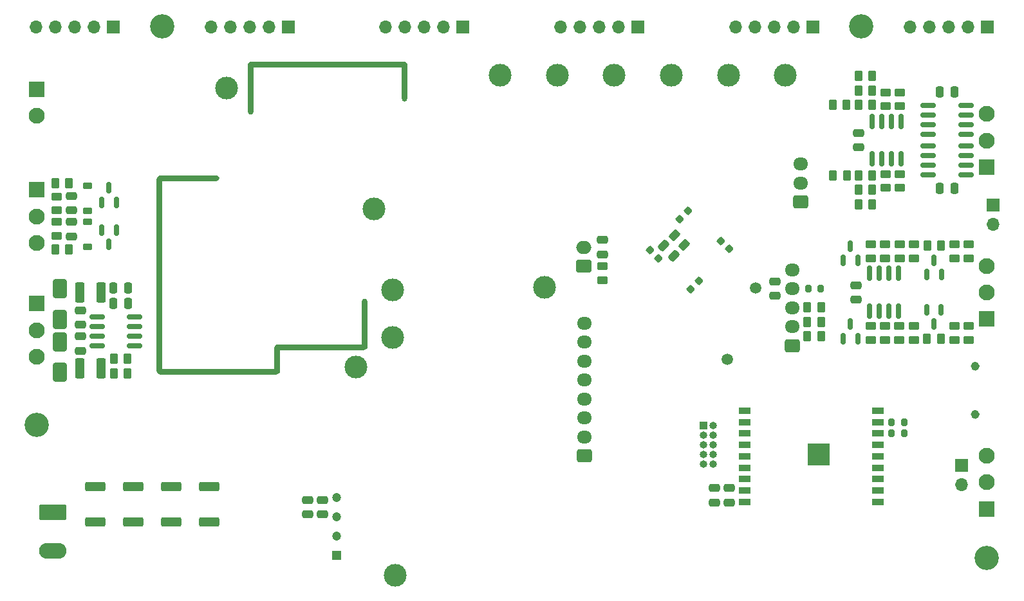
<source format=gbr>
%TF.GenerationSoftware,KiCad,Pcbnew,8.0.7*%
%TF.CreationDate,2025-01-22T12:13:36+01:00*%
%TF.ProjectId,STM32_GateSignalGenerator,53544d33-325f-4476-9174-655369676e61,rev?*%
%TF.SameCoordinates,Original*%
%TF.FileFunction,Soldermask,Bot*%
%TF.FilePolarity,Negative*%
%FSLAX46Y46*%
G04 Gerber Fmt 4.6, Leading zero omitted, Abs format (unit mm)*
G04 Created by KiCad (PCBNEW 8.0.7) date 2025-01-22 12:13:36*
%MOMM*%
%LPD*%
G01*
G04 APERTURE LIST*
G04 Aperture macros list*
%AMRoundRect*
0 Rectangle with rounded corners*
0 $1 Rounding radius*
0 $2 $3 $4 $5 $6 $7 $8 $9 X,Y pos of 4 corners*
0 Add a 4 corners polygon primitive as box body*
4,1,4,$2,$3,$4,$5,$6,$7,$8,$9,$2,$3,0*
0 Add four circle primitives for the rounded corners*
1,1,$1+$1,$2,$3*
1,1,$1+$1,$4,$5*
1,1,$1+$1,$6,$7*
1,1,$1+$1,$8,$9*
0 Add four rect primitives between the rounded corners*
20,1,$1+$1,$2,$3,$4,$5,0*
20,1,$1+$1,$4,$5,$6,$7,0*
20,1,$1+$1,$6,$7,$8,$9,0*
20,1,$1+$1,$8,$9,$2,$3,0*%
G04 Aperture macros list end*
%ADD10C,0.561000*%
%ADD11R,2.100000X2.100000*%
%ADD12C,2.100000*%
%ADD13R,1.700000X1.700000*%
%ADD14O,1.700000X1.700000*%
%ADD15C,3.000000*%
%ADD16RoundRect,0.250000X0.725000X-0.600000X0.725000X0.600000X-0.725000X0.600000X-0.725000X-0.600000X0*%
%ADD17O,1.950000X1.700000*%
%ADD18C,3.200000*%
%ADD19RoundRect,0.250000X0.750000X-0.600000X0.750000X0.600000X-0.750000X0.600000X-0.750000X-0.600000X0*%
%ADD20O,2.000000X1.700000*%
%ADD21RoundRect,0.249999X-1.550001X0.790001X-1.550001X-0.790001X1.550001X-0.790001X1.550001X0.790001X0*%
%ADD22O,3.600000X2.080000*%
%ADD23R,1.200000X1.200000*%
%ADD24C,1.200000*%
%ADD25R,1.000000X1.000000*%
%ADD26O,1.000000X1.000000*%
%ADD27C,1.020000*%
%ADD28RoundRect,0.250000X0.450000X-0.262500X0.450000X0.262500X-0.450000X0.262500X-0.450000X-0.262500X0*%
%ADD29RoundRect,0.200000X-0.200000X-0.275000X0.200000X-0.275000X0.200000X0.275000X-0.200000X0.275000X0*%
%ADD30RoundRect,0.250000X0.262500X0.450000X-0.262500X0.450000X-0.262500X-0.450000X0.262500X-0.450000X0*%
%ADD31RoundRect,0.250000X0.475000X-0.250000X0.475000X0.250000X-0.475000X0.250000X-0.475000X-0.250000X0*%
%ADD32RoundRect,0.150000X0.150000X-0.825000X0.150000X0.825000X-0.150000X0.825000X-0.150000X-0.825000X0*%
%ADD33RoundRect,0.150000X0.150000X-0.587500X0.150000X0.587500X-0.150000X0.587500X-0.150000X-0.587500X0*%
%ADD34RoundRect,0.250000X1.075000X-0.362500X1.075000X0.362500X-1.075000X0.362500X-1.075000X-0.362500X0*%
%ADD35RoundRect,0.250000X0.375000X1.075000X-0.375000X1.075000X-0.375000X-1.075000X0.375000X-1.075000X0*%
%ADD36C,1.500000*%
%ADD37RoundRect,0.150000X-0.150000X0.587500X-0.150000X-0.587500X0.150000X-0.587500X0.150000X0.587500X0*%
%ADD38RoundRect,0.250000X-0.262500X-0.450000X0.262500X-0.450000X0.262500X0.450000X-0.262500X0.450000X0*%
%ADD39RoundRect,0.250000X-0.475000X0.250000X-0.475000X-0.250000X0.475000X-0.250000X0.475000X0.250000X0*%
%ADD40RoundRect,0.250000X-0.503814X-0.132583X-0.132583X-0.503814X0.503814X0.132583X0.132583X0.503814X0*%
%ADD41RoundRect,0.250000X-0.450000X0.262500X-0.450000X-0.262500X0.450000X-0.262500X0.450000X0.262500X0*%
%ADD42RoundRect,0.225000X0.375000X-0.225000X0.375000X0.225000X-0.375000X0.225000X-0.375000X-0.225000X0*%
%ADD43RoundRect,0.250000X-0.250000X-0.475000X0.250000X-0.475000X0.250000X0.475000X-0.250000X0.475000X0*%
%ADD44RoundRect,0.225000X-0.335876X-0.017678X-0.017678X-0.335876X0.335876X0.017678X0.017678X0.335876X0*%
%ADD45RoundRect,0.225000X0.335876X0.017678X0.017678X0.335876X-0.335876X-0.017678X-0.017678X-0.335876X0*%
%ADD46RoundRect,0.225000X-0.017678X0.335876X-0.335876X0.017678X0.017678X-0.335876X0.335876X-0.017678X0*%
%ADD47R,1.500000X0.900000*%
%ADD48C,0.600000*%
%ADD49R,2.900000X2.900000*%
%ADD50RoundRect,0.200000X0.200000X0.275000X-0.200000X0.275000X-0.200000X-0.275000X0.200000X-0.275000X0*%
%ADD51RoundRect,0.225000X-0.375000X0.225000X-0.375000X-0.225000X0.375000X-0.225000X0.375000X0.225000X0*%
%ADD52RoundRect,0.250000X-0.375000X-1.075000X0.375000X-1.075000X0.375000X1.075000X-0.375000X1.075000X0*%
%ADD53RoundRect,0.250000X-0.650000X1.000000X-0.650000X-1.000000X0.650000X-1.000000X0.650000X1.000000X0*%
%ADD54RoundRect,0.250000X0.250000X0.475000X-0.250000X0.475000X-0.250000X-0.475000X0.250000X-0.475000X0*%
%ADD55RoundRect,0.225000X0.017678X-0.335876X0.335876X-0.017678X-0.017678X0.335876X-0.335876X0.017678X0*%
%ADD56RoundRect,0.150000X-0.825000X-0.150000X0.825000X-0.150000X0.825000X0.150000X-0.825000X0.150000X0*%
%ADD57RoundRect,0.250000X0.650000X-1.000000X0.650000X1.000000X-0.650000X1.000000X-0.650000X-1.000000X0*%
%ADD58RoundRect,0.150000X0.825000X0.150000X-0.825000X0.150000X-0.825000X-0.150000X0.825000X-0.150000X0*%
%ADD59RoundRect,0.250000X-0.512652X-0.159099X-0.159099X-0.512652X0.512652X0.159099X0.159099X0.512652X0*%
G04 APERTURE END LIST*
%TO.C,J14*%
D10*
X209403000Y-117862500D02*
G75*
G02*
X208842000Y-117862500I-280500J0D01*
G01*
X208842000Y-117862500D02*
G75*
G02*
X209403000Y-117862500I280500J0D01*
G01*
X209403000Y-124212500D02*
G75*
G02*
X208842000Y-124212500I-280500J0D01*
G01*
X208842000Y-124212500D02*
G75*
G02*
X209403000Y-124212500I280500J0D01*
G01*
%TD*%
D11*
%TO.C,J7*%
X85652500Y-109607500D03*
D12*
X85652500Y-113107500D03*
X85652500Y-116607500D03*
%TD*%
D13*
%TO.C,J11*%
X164750000Y-73215000D03*
D14*
X162210000Y-73215000D03*
X159670000Y-73215000D03*
X157130000Y-73215000D03*
X154590000Y-73215000D03*
%TD*%
D15*
%TO.C,TP5*%
X176642500Y-79497500D03*
%TD*%
D11*
%TO.C,J6*%
X85652500Y-94617500D03*
D12*
X85652500Y-98117500D03*
X85652500Y-101617500D03*
%TD*%
D15*
%TO.C,TP7*%
X110633064Y-81222500D03*
%TD*%
%TO.C,TP9*%
X130033064Y-97122500D03*
%TD*%
%TO.C,TP2*%
X154142500Y-79497500D03*
%TD*%
D16*
%TO.C,J17*%
X185072500Y-115147500D03*
D17*
X185072500Y-112647500D03*
X185072500Y-110147500D03*
X185072500Y-107647500D03*
X185072500Y-105147500D03*
%TD*%
D15*
%TO.C,TP3*%
X161642500Y-79497500D03*
%TD*%
%TO.C,TP15*%
X132852500Y-145397500D03*
%TD*%
D18*
%TO.C,H1*%
X102150000Y-73115000D03*
%TD*%
D15*
%TO.C,TP10*%
X152455000Y-107490000D03*
%TD*%
D19*
%TO.C,J15*%
X157642500Y-104687500D03*
D20*
X157642500Y-102187500D03*
%TD*%
D16*
%TO.C,J18*%
X157712500Y-129677500D03*
D17*
X157712500Y-127177500D03*
X157712500Y-124677500D03*
X157712500Y-122177500D03*
X157712500Y-119677500D03*
X157712500Y-117177500D03*
X157712500Y-114677500D03*
X157712500Y-112177500D03*
%TD*%
D13*
%TO.C,J8*%
X95750000Y-73215000D03*
D14*
X93210000Y-73215000D03*
X90670000Y-73215000D03*
X88130000Y-73215000D03*
X85590000Y-73215000D03*
%TD*%
D15*
%TO.C,TP1*%
X146642500Y-79497500D03*
%TD*%
%TO.C,TP8*%
X132483064Y-107822500D03*
%TD*%
D13*
%TO.C,J9*%
X118750000Y-73215000D03*
D14*
X116210000Y-73215000D03*
X113670000Y-73215000D03*
X111130000Y-73215000D03*
X108590000Y-73215000D03*
%TD*%
D15*
%TO.C,TP6*%
X184142500Y-79497500D03*
%TD*%
D16*
%TO.C,J19*%
X186127500Y-96207500D03*
D17*
X186127500Y-93707500D03*
X186127500Y-91207500D03*
%TD*%
D15*
%TO.C,TP12*%
X127655000Y-117990000D03*
%TD*%
D11*
%TO.C,J1*%
X85660000Y-81375000D03*
D12*
X85660000Y-84875000D03*
%TD*%
D18*
%TO.C,H3*%
X85650000Y-125615000D03*
%TD*%
%TO.C,H4*%
X210650000Y-143115000D03*
%TD*%
D21*
%TO.C,J5*%
X87760000Y-137077500D03*
D22*
X87760000Y-142157500D03*
%TD*%
D11*
%TO.C,J3*%
X210642500Y-111647500D03*
D12*
X210642500Y-108147500D03*
X210642500Y-104647500D03*
%TD*%
D18*
%TO.C,H2*%
X194150000Y-73115000D03*
%TD*%
D13*
%TO.C,J12*%
X187750000Y-73215000D03*
D14*
X185210000Y-73215000D03*
X182670000Y-73215000D03*
X180130000Y-73215000D03*
X177590000Y-73215000D03*
%TD*%
D13*
%TO.C,J20*%
X207295000Y-130915000D03*
D14*
X207295000Y-133455000D03*
%TD*%
D13*
%TO.C,J13*%
X210750000Y-73215000D03*
D14*
X208210000Y-73215000D03*
X205670000Y-73215000D03*
X203130000Y-73215000D03*
X200590000Y-73215000D03*
%TD*%
D15*
%TO.C,TP4*%
X169142500Y-79497500D03*
%TD*%
D23*
%TO.C,U14*%
X125122500Y-142797500D03*
D24*
X125122500Y-140257500D03*
X125122500Y-137717500D03*
X125122500Y-135177500D03*
%TD*%
D13*
%TO.C,J16*%
X211502500Y-96632500D03*
D14*
X211502500Y-99172500D03*
%TD*%
D25*
%TO.C,J21*%
X173355000Y-125675000D03*
D26*
X174625000Y-125675000D03*
X173355000Y-126945000D03*
X174625000Y-126945000D03*
X173355000Y-128215000D03*
X174625000Y-128215000D03*
X173355000Y-129485000D03*
X174625000Y-129485000D03*
X173355000Y-130755000D03*
X174625000Y-130755000D03*
%TD*%
D27*
%TO.C,J14*%
X209122500Y-124212500D03*
X209122500Y-117862500D03*
%TD*%
D15*
%TO.C,TP11*%
X132483064Y-114072500D03*
%TD*%
D13*
%TO.C,J10*%
X141750000Y-73215000D03*
D14*
X139210000Y-73215000D03*
X136670000Y-73215000D03*
X134130000Y-73215000D03*
X131590000Y-73215000D03*
%TD*%
D11*
%TO.C,J2*%
X210612500Y-136637500D03*
D12*
X210612500Y-133137500D03*
X210612500Y-129637500D03*
%TD*%
D11*
%TO.C,J4*%
X210632500Y-91637500D03*
D12*
X210632500Y-88137500D03*
X210632500Y-84637500D03*
%TD*%
D28*
%TO.C,R49*%
X195362500Y-114412500D03*
X195362500Y-112587500D03*
%TD*%
D29*
%TO.C,R25*%
X187177500Y-107647500D03*
X188827500Y-107647500D03*
%TD*%
D30*
%TO.C,R46*%
X195595000Y-96527500D03*
X193770000Y-96527500D03*
%TD*%
D31*
%TO.C,C59*%
X174850000Y-135795000D03*
X174850000Y-133895000D03*
%TD*%
D32*
%TO.C,U9*%
X199367500Y-90552500D03*
X198097500Y-90552500D03*
X196827500Y-90552500D03*
X195557500Y-90552500D03*
X195557500Y-85602500D03*
X196827500Y-85602500D03*
X198097500Y-85602500D03*
X199367500Y-85602500D03*
%TD*%
D30*
%TO.C,R40*%
X195597500Y-92722500D03*
X193772500Y-92722500D03*
%TD*%
D33*
%TO.C,D10*%
X193672500Y-103907500D03*
X191772500Y-103907500D03*
X192722500Y-102032500D03*
%TD*%
D31*
%TO.C,C33*%
X160087500Y-103137500D03*
X160087500Y-101237500D03*
%TD*%
D33*
%TO.C,D8*%
X193662500Y-114197500D03*
X191762500Y-114197500D03*
X192712500Y-112322500D03*
%TD*%
D34*
%TO.C,R76*%
X98387851Y-138337500D03*
X98387851Y-133712500D03*
%TD*%
%TO.C,R78*%
X108387851Y-138337500D03*
X108387851Y-133712500D03*
%TD*%
D35*
%TO.C,F1*%
X94127500Y-108182500D03*
X91327500Y-108182500D03*
%TD*%
D30*
%TO.C,R68*%
X97615000Y-118782500D03*
X95790000Y-118782500D03*
%TD*%
D36*
%TO.C,TP13*%
X180255000Y-107590000D03*
%TD*%
D37*
%TO.C,D7*%
X202765000Y-110420000D03*
X204665000Y-110420000D03*
X203715000Y-112295000D03*
%TD*%
D38*
%TO.C,R69*%
X88097500Y-102437500D03*
X89922500Y-102437500D03*
%TD*%
D30*
%TO.C,R55*%
X195600000Y-81517500D03*
X193775000Y-81517500D03*
%TD*%
D39*
%TO.C,C51*%
X121312500Y-135477500D03*
X121312500Y-137377500D03*
%TD*%
D28*
%TO.C,R37*%
X208271881Y-114400000D03*
X208271881Y-112575000D03*
%TD*%
D40*
%TO.C,FB1*%
X169542549Y-100628971D03*
X170833019Y-101919441D03*
%TD*%
D41*
%TO.C,R38*%
X201062500Y-112587500D03*
X201062500Y-114412500D03*
%TD*%
D42*
%TO.C,D16*%
X92342500Y-102097500D03*
X92342500Y-98797500D03*
%TD*%
D43*
%TO.C,C36*%
X204482500Y-81697500D03*
X206382500Y-81697500D03*
%TD*%
D30*
%TO.C,R52*%
X195600000Y-83417500D03*
X193775000Y-83417500D03*
%TD*%
%TO.C,R24*%
X188855000Y-113927500D03*
X187030000Y-113927500D03*
%TD*%
D31*
%TO.C,C58*%
X176810000Y-135805000D03*
X176810000Y-133905000D03*
%TD*%
D44*
%TO.C,C29*%
X166326980Y-102575282D03*
X167422996Y-103671298D03*
%TD*%
D28*
%TO.C,R20*%
X160097500Y-106510000D03*
X160097500Y-104685000D03*
%TD*%
D38*
%TO.C,R56*%
X202840000Y-101997500D03*
X204665000Y-101997500D03*
%TD*%
D45*
%TO.C,C28*%
X176799232Y-102426790D03*
X175703216Y-101330774D03*
%TD*%
D46*
%TO.C,C26*%
X171368652Y-97356834D03*
X170272636Y-98452850D03*
%TD*%
D47*
%TO.C,U18*%
X178800000Y-135715000D03*
X178800000Y-134215000D03*
X178800000Y-132715000D03*
X178800000Y-131215000D03*
X178800000Y-129715000D03*
X178800000Y-128215000D03*
X178800000Y-126715000D03*
X178800000Y-125215000D03*
X178800000Y-123715000D03*
X196300000Y-123715000D03*
X196300000Y-125215000D03*
X196300000Y-126715000D03*
X196300000Y-128215000D03*
X196300000Y-129715000D03*
X196300000Y-131215000D03*
X196300000Y-132715000D03*
X196300000Y-134215000D03*
X196300000Y-135715000D03*
D48*
X187410000Y-128965000D03*
X187410000Y-130065000D03*
X187960000Y-128415000D03*
X187960000Y-129515000D03*
X187960000Y-130615000D03*
X188510000Y-128965000D03*
D49*
X188510000Y-129515000D03*
D48*
X188510000Y-130065000D03*
X189060000Y-128415000D03*
X189060000Y-129515000D03*
X189060000Y-130615000D03*
X189610000Y-128965000D03*
X189610000Y-130065000D03*
%TD*%
D41*
%TO.C,R60*%
X197272500Y-101825000D03*
X197272500Y-103650000D03*
%TD*%
D50*
%TO.C,R17*%
X199760000Y-125245000D03*
X198110000Y-125245000D03*
%TD*%
D39*
%TO.C,C42*%
X90212500Y-95437500D03*
X90212500Y-97337500D03*
%TD*%
D32*
%TO.C,U8*%
X199022500Y-110592500D03*
X197752500Y-110592500D03*
X196482500Y-110592500D03*
X195212500Y-110592500D03*
X195212500Y-105642500D03*
X196482500Y-105642500D03*
X197752500Y-105642500D03*
X199022500Y-105642500D03*
%TD*%
D30*
%TO.C,R22*%
X188855000Y-110127500D03*
X187030000Y-110127500D03*
%TD*%
D31*
%TO.C,C45*%
X91427500Y-115807500D03*
X91427500Y-113907500D03*
%TD*%
D36*
%TO.C,TP14*%
X176555000Y-116990000D03*
%TD*%
D33*
%TO.C,D11*%
X96142500Y-96252500D03*
X94242500Y-96252500D03*
X95192500Y-94377500D03*
%TD*%
D39*
%TO.C,C40*%
X193767500Y-87147500D03*
X193767500Y-89047500D03*
%TD*%
D28*
%TO.C,R58*%
X197317500Y-83610000D03*
X197317500Y-81785000D03*
%TD*%
D51*
%TO.C,D12*%
X92342500Y-94097500D03*
X92342500Y-97397500D03*
%TD*%
D52*
%TO.C,F2*%
X91327500Y-118132500D03*
X94127500Y-118132500D03*
%TD*%
D41*
%TO.C,R61*%
X199172500Y-101822500D03*
X199172500Y-103647500D03*
%TD*%
D53*
%TO.C,D14*%
X88702500Y-107657500D03*
X88702500Y-111657500D03*
%TD*%
D38*
%TO.C,R65*%
X88090000Y-93737500D03*
X89915000Y-93737500D03*
%TD*%
D50*
%TO.C,R18*%
X199760000Y-126705000D03*
X198110000Y-126705000D03*
%TD*%
D41*
%TO.C,R50*%
X208282500Y-101817500D03*
X208282500Y-103642500D03*
%TD*%
D39*
%TO.C,C46*%
X91427500Y-110507500D03*
X91427500Y-112407500D03*
%TD*%
D41*
%TO.C,R66*%
X88287500Y-95500000D03*
X88287500Y-97325000D03*
%TD*%
D39*
%TO.C,C39*%
X193432500Y-107177500D03*
X193432500Y-109077500D03*
%TD*%
D41*
%TO.C,R47*%
X197317500Y-92537500D03*
X197317500Y-94362500D03*
%TD*%
D28*
%TO.C,R45*%
X199162500Y-114412500D03*
X199162500Y-112587500D03*
%TD*%
D31*
%TO.C,C47*%
X90212500Y-100737500D03*
X90212500Y-98837500D03*
%TD*%
D41*
%TO.C,R44*%
X197262500Y-112587500D03*
X197262500Y-114412500D03*
%TD*%
D30*
%TO.C,R57*%
X195605000Y-79617500D03*
X193780000Y-79617500D03*
%TD*%
D54*
%TO.C,C37*%
X206392500Y-94457500D03*
X204492500Y-94457500D03*
%TD*%
D37*
%TO.C,D15*%
X94242500Y-99942500D03*
X96142500Y-99942500D03*
X95192500Y-101817500D03*
%TD*%
D38*
%TO.C,R43*%
X202802500Y-114227500D03*
X204627500Y-114227500D03*
%TD*%
D43*
%TO.C,C44*%
X95752500Y-109557500D03*
X97652500Y-109557500D03*
%TD*%
D55*
%TO.C,C27*%
X171715134Y-107715949D03*
X172811150Y-106619933D03*
%TD*%
D34*
%TO.C,R75*%
X93387851Y-138337500D03*
X93387851Y-133712500D03*
%TD*%
D30*
%TO.C,R42*%
X195597500Y-94622500D03*
X193772500Y-94622500D03*
%TD*%
%TO.C,R39*%
X192245000Y-92722500D03*
X190420000Y-92722500D03*
%TD*%
D33*
%TO.C,D9*%
X204682500Y-105802500D03*
X202782500Y-105802500D03*
X203732500Y-103927500D03*
%TD*%
D28*
%TO.C,R41*%
X206371881Y-114410000D03*
X206371881Y-112585000D03*
%TD*%
D56*
%TO.C,U11*%
X202967500Y-87277500D03*
X202967500Y-86007500D03*
X202967500Y-84737500D03*
X202967500Y-83467500D03*
X207917500Y-83467500D03*
X207917500Y-84737500D03*
X207917500Y-86007500D03*
X207917500Y-87277500D03*
%TD*%
D41*
%TO.C,R54*%
X206382500Y-101817500D03*
X206382500Y-103642500D03*
%TD*%
D30*
%TO.C,R23*%
X188855000Y-112027500D03*
X187030000Y-112027500D03*
%TD*%
D34*
%TO.C,R77*%
X103387851Y-138337500D03*
X103387851Y-133712500D03*
%TD*%
D43*
%TO.C,C43*%
X95752500Y-107582500D03*
X97652500Y-107582500D03*
%TD*%
D28*
%TO.C,R53*%
X201072500Y-103647500D03*
X201072500Y-101822500D03*
%TD*%
%TO.C,R70*%
X88282500Y-100690000D03*
X88282500Y-98865000D03*
%TD*%
D41*
%TO.C,R59*%
X199217500Y-81782500D03*
X199217500Y-83607500D03*
%TD*%
D57*
%TO.C,D13*%
X88702500Y-118657500D03*
X88702500Y-114657500D03*
%TD*%
D56*
%TO.C,U10*%
X202967500Y-92682500D03*
X202967500Y-91412500D03*
X202967500Y-90142500D03*
X202967500Y-88872500D03*
X207917500Y-88872500D03*
X207917500Y-90142500D03*
X207917500Y-91412500D03*
X207917500Y-92682500D03*
%TD*%
D39*
%TO.C,C50*%
X123272500Y-135477500D03*
X123272500Y-137377500D03*
%TD*%
D31*
%TO.C,C34*%
X182822500Y-108567500D03*
X182822500Y-106667500D03*
%TD*%
D58*
%TO.C,U13*%
X98577500Y-111327500D03*
X98577500Y-112597500D03*
X98577500Y-113867500D03*
X98577500Y-115137500D03*
X93627500Y-115137500D03*
X93627500Y-113867500D03*
X93627500Y-112597500D03*
X93627500Y-111327500D03*
%TD*%
D41*
%TO.C,R62*%
X195372500Y-101825000D03*
X195372500Y-103650000D03*
%TD*%
D28*
%TO.C,R48*%
X199217500Y-94365000D03*
X199217500Y-92540000D03*
%TD*%
D30*
%TO.C,R67*%
X97615000Y-116882500D03*
X95790000Y-116882500D03*
%TD*%
D59*
%TO.C,C24*%
X168158388Y-101988384D03*
X169501890Y-103331886D03*
%TD*%
D30*
%TO.C,R51*%
X192200000Y-83417500D03*
X190375000Y-83417500D03*
%TD*%
G36*
X109308260Y-92721517D02*
G01*
X109495950Y-92771808D01*
X109496178Y-92771940D01*
X109633624Y-92909386D01*
X109633756Y-92909614D01*
X109684064Y-93097368D01*
X109684064Y-93097632D01*
X109633756Y-93285386D01*
X109633624Y-93285614D01*
X109496178Y-93423060D01*
X109495950Y-93423192D01*
X109308260Y-93473483D01*
X109308130Y-93473500D01*
X102184064Y-93473500D01*
X102184064Y-118221500D01*
X116932064Y-118221500D01*
X116932064Y-115472451D01*
X116932074Y-115472353D01*
X116970162Y-115280866D01*
X116970238Y-115280684D01*
X117078734Y-115118310D01*
X117078874Y-115118170D01*
X117241248Y-115009674D01*
X117241430Y-115009598D01*
X117432917Y-114971510D01*
X117433015Y-114971500D01*
X128432064Y-114971500D01*
X128432064Y-109347434D01*
X128432081Y-109347304D01*
X128482372Y-109159614D01*
X128482504Y-109159386D01*
X128619950Y-109021940D01*
X128620178Y-109021808D01*
X128807932Y-108971500D01*
X128808196Y-108971500D01*
X128995950Y-109021808D01*
X128996178Y-109021940D01*
X129133624Y-109159386D01*
X129133756Y-109159614D01*
X129184047Y-109347304D01*
X129184064Y-109347434D01*
X129184064Y-115222549D01*
X129184054Y-115222647D01*
X129145966Y-115414134D01*
X129145890Y-115414316D01*
X129037394Y-115576690D01*
X129037254Y-115576830D01*
X128874880Y-115685326D01*
X128874698Y-115685402D01*
X128683211Y-115723490D01*
X128683113Y-115723500D01*
X117684064Y-115723500D01*
X117684064Y-118472549D01*
X117684054Y-118472647D01*
X117645966Y-118664134D01*
X117645890Y-118664316D01*
X117537394Y-118826690D01*
X117537254Y-118826830D01*
X117374880Y-118935326D01*
X117374698Y-118935402D01*
X117183211Y-118973490D01*
X117183113Y-118973500D01*
X101933015Y-118973500D01*
X101932917Y-118973490D01*
X101741430Y-118935402D01*
X101741248Y-118935326D01*
X101578874Y-118826830D01*
X101578734Y-118826690D01*
X101470238Y-118664316D01*
X101470162Y-118664134D01*
X101432074Y-118472647D01*
X101432064Y-118472549D01*
X101432064Y-93222451D01*
X101432074Y-93222353D01*
X101470162Y-93030866D01*
X101470238Y-93030684D01*
X101578734Y-92868310D01*
X101578874Y-92868170D01*
X101741248Y-92759674D01*
X101741430Y-92759598D01*
X101932917Y-92721510D01*
X101933015Y-92721500D01*
X109308130Y-92721500D01*
X109308260Y-92721517D01*
G37*
G36*
X133934174Y-77722721D02*
G01*
X134122161Y-77760113D01*
X134126307Y-77761830D01*
X134284714Y-77867676D01*
X134287887Y-77870849D01*
X134393733Y-78029256D01*
X134395450Y-78033401D01*
X134432843Y-78221388D01*
X134433064Y-78223632D01*
X134433064Y-82595986D01*
X134432672Y-82598962D01*
X134383621Y-82782022D01*
X134380645Y-82787178D01*
X134247742Y-82920081D01*
X134242586Y-82923057D01*
X134061040Y-82971702D01*
X134055088Y-82971702D01*
X133873541Y-82923057D01*
X133868385Y-82920081D01*
X133735482Y-82787178D01*
X133732506Y-82782022D01*
X133683456Y-82598962D01*
X133683064Y-82595986D01*
X133683064Y-78972500D01*
X133658285Y-78847925D01*
X133658064Y-78845682D01*
X133658064Y-78497501D01*
X133658063Y-78497500D01*
X133309881Y-78497500D01*
X133307638Y-78497279D01*
X133183063Y-78472500D01*
X114683065Y-78472500D01*
X114558490Y-78497279D01*
X114556247Y-78497500D01*
X114208065Y-78497500D01*
X114208064Y-78497501D01*
X114208064Y-78845682D01*
X114207843Y-78847925D01*
X114183064Y-78972500D01*
X114183064Y-84345986D01*
X114182672Y-84348962D01*
X114133621Y-84532022D01*
X114130645Y-84537178D01*
X113997742Y-84670081D01*
X113992586Y-84673057D01*
X113811040Y-84721702D01*
X113805088Y-84721702D01*
X113623541Y-84673057D01*
X113618385Y-84670081D01*
X113485482Y-84537178D01*
X113482506Y-84532022D01*
X113433456Y-84348962D01*
X113433064Y-84345986D01*
X113433064Y-78223632D01*
X113433285Y-78221389D01*
X113470677Y-78033402D01*
X113472394Y-78029256D01*
X113578240Y-77870849D01*
X113581413Y-77867676D01*
X113739820Y-77761830D01*
X113743966Y-77760113D01*
X113931954Y-77722721D01*
X113934197Y-77722500D01*
X133931931Y-77722500D01*
X133934174Y-77722721D01*
G37*
M02*

</source>
